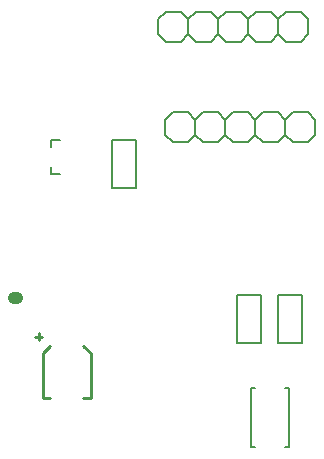
<source format=gbo>
G75*
%MOIN*%
%OFA0B0*%
%FSLAX25Y25*%
%IPPOS*%
%LPD*%
%AMOC8*
5,1,8,0,0,1.08239X$1,22.5*
%
%ADD10C,0.00500*%
%ADD11C,0.00600*%
%ADD12C,0.04000*%
%ADD13C,0.01000*%
D10*
X0090060Y0062268D02*
X0098060Y0062268D01*
X0098060Y0078268D01*
X0090060Y0078268D01*
X0090060Y0062268D01*
X0103840Y0062268D02*
X0103840Y0078268D01*
X0111840Y0078268D01*
X0111840Y0062268D01*
X0103840Y0062268D01*
X0106265Y0047039D02*
X0107446Y0047039D01*
X0107446Y0027354D01*
X0106265Y0027354D01*
X0096029Y0027354D02*
X0094848Y0027354D01*
X0094848Y0047039D01*
X0096029Y0047039D01*
X0056328Y0113843D02*
X0048328Y0113843D01*
X0048328Y0129843D01*
X0056328Y0129843D01*
X0056328Y0113843D01*
D11*
X0068765Y0129047D02*
X0073765Y0129047D01*
X0076265Y0131547D01*
X0076265Y0136547D01*
X0073765Y0139047D01*
X0068765Y0139047D01*
X0066265Y0136547D01*
X0066265Y0131547D01*
X0068765Y0129047D01*
X0076265Y0131547D02*
X0078765Y0129047D01*
X0083765Y0129047D01*
X0086265Y0131547D01*
X0086265Y0136547D01*
X0083765Y0139047D01*
X0078765Y0139047D01*
X0076265Y0136547D01*
X0086265Y0136547D02*
X0088765Y0139047D01*
X0093765Y0139047D01*
X0096265Y0136547D01*
X0096265Y0131547D01*
X0093765Y0129047D01*
X0088765Y0129047D01*
X0086265Y0131547D01*
X0096265Y0131547D02*
X0098765Y0129047D01*
X0103765Y0129047D01*
X0106265Y0131547D01*
X0108765Y0129047D01*
X0113765Y0129047D01*
X0116265Y0131547D01*
X0116265Y0136547D01*
X0113765Y0139047D01*
X0108765Y0139047D01*
X0106265Y0136547D01*
X0103765Y0139047D01*
X0098765Y0139047D01*
X0096265Y0136547D01*
X0106265Y0136547D02*
X0106265Y0131547D01*
X0106403Y0162512D02*
X0111403Y0162512D01*
X0113903Y0165012D01*
X0113903Y0170012D01*
X0111403Y0172512D01*
X0106403Y0172512D01*
X0103903Y0170012D01*
X0101403Y0172512D01*
X0096403Y0172512D01*
X0093903Y0170012D01*
X0091403Y0172512D01*
X0086403Y0172512D01*
X0083903Y0170012D01*
X0081403Y0172512D01*
X0076403Y0172512D01*
X0073903Y0170012D01*
X0071403Y0172512D01*
X0066403Y0172512D01*
X0063903Y0170012D01*
X0063903Y0165012D01*
X0066403Y0162512D01*
X0071403Y0162512D01*
X0073903Y0165012D01*
X0073903Y0170012D01*
X0073903Y0165012D02*
X0076403Y0162512D01*
X0081403Y0162512D01*
X0083903Y0165012D01*
X0083903Y0170012D01*
X0083903Y0165012D02*
X0086403Y0162512D01*
X0091403Y0162512D01*
X0093903Y0165012D01*
X0096403Y0162512D01*
X0101403Y0162512D01*
X0103903Y0165012D01*
X0106403Y0162512D01*
X0103903Y0165012D02*
X0103903Y0170012D01*
X0093903Y0170012D02*
X0093903Y0165012D01*
X0031275Y0129805D02*
X0028075Y0129805D01*
X0028075Y0127605D01*
X0028075Y0120805D02*
X0028075Y0118605D01*
X0031275Y0118605D01*
D12*
X0016706Y0076961D02*
X0015706Y0076961D01*
D13*
X0025430Y0058713D02*
X0025430Y0043713D01*
X0027930Y0043713D01*
X0038930Y0043713D02*
X0041430Y0043713D01*
X0041430Y0058713D01*
X0038930Y0061213D01*
X0027930Y0061213D02*
X0025430Y0058713D01*
X0023982Y0063075D02*
X0023982Y0065437D01*
X0022800Y0064256D02*
X0025163Y0064256D01*
M02*

</source>
